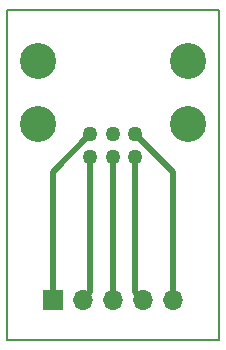
<source format=gbr>
%TF.GenerationSoftware,KiCad,Pcbnew,8.0.2*%
%TF.CreationDate,2024-05-24T23:06:21+02:00*%
%TF.ProjectId,wii_breakout,7769695f-6272-4656-916b-6f75742e6b69,rev?*%
%TF.SameCoordinates,Original*%
%TF.FileFunction,Copper,L1,Top*%
%TF.FilePolarity,Positive*%
%FSLAX46Y46*%
G04 Gerber Fmt 4.6, Leading zero omitted, Abs format (unit mm)*
G04 Created by KiCad (PCBNEW 8.0.2) date 2024-05-24 23:06:21*
%MOMM*%
%LPD*%
G01*
G04 APERTURE LIST*
%TA.AperFunction,NonConductor*%
%ADD10C,0.200000*%
%TD*%
%TA.AperFunction,ComponentPad*%
%ADD11R,1.700000X1.700000*%
%TD*%
%TA.AperFunction,ComponentPad*%
%ADD12O,1.700000X1.700000*%
%TD*%
%TA.AperFunction,ComponentPad*%
%ADD13C,3.048000*%
%TD*%
%TA.AperFunction,ComponentPad*%
%ADD14C,1.270000*%
%TD*%
%TA.AperFunction,Conductor*%
%ADD15C,0.500000*%
%TD*%
G04 APERTURE END LIST*
D10*
X123605000Y-53686200D02*
X141605000Y-53686200D01*
X141605000Y-81686200D01*
X123605000Y-81686200D01*
X123605000Y-53686200D01*
D11*
%TO.P,REF\u002A\u002A,1*%
%TO.N,N/C*%
X127530000Y-78249800D03*
D12*
%TO.P,REF\u002A\u002A,2*%
X130070000Y-78249800D03*
%TO.P,REF\u002A\u002A,3*%
X132610000Y-78249800D03*
%TO.P,REF\u002A\u002A,4*%
X135150000Y-78249800D03*
%TO.P,REF\u002A\u002A,5*%
X137690000Y-78249800D03*
%TD*%
D13*
%TO.P,P1,*%
%TO.N,*%
X126255000Y-57988200D03*
X126255000Y-63322200D03*
X138955000Y-57988200D03*
X138955000Y-63322200D03*
D14*
%TO.P,P1,1*%
%TO.N,N/C*%
X134510000Y-66116200D03*
%TO.P,P1,2*%
X134510000Y-64211200D03*
%TO.P,P1,3*%
X132605000Y-66116200D03*
%TO.P,P1,4*%
X132605000Y-64211200D03*
%TO.P,P1,5*%
X130700000Y-66116200D03*
%TO.P,P1,6*%
X130700000Y-64211200D03*
%TD*%
D15*
%TO.N,*%
X130700000Y-66116200D02*
X130700000Y-77619800D01*
X132605000Y-78244800D02*
X132610000Y-78249800D01*
X127530000Y-67381200D02*
X127530000Y-78249800D01*
X134510000Y-66116200D02*
X134510000Y-77609800D01*
X134510000Y-77609800D02*
X135150000Y-78249800D01*
X134510000Y-64211200D02*
X137690000Y-67391200D01*
X132605000Y-66116200D02*
X132605000Y-78244800D01*
X130700000Y-77619800D02*
X130070000Y-78249800D01*
X130700000Y-64211200D02*
X127530000Y-67381200D01*
X137690000Y-67391200D02*
X137690000Y-78249800D01*
%TD*%
M02*

</source>
